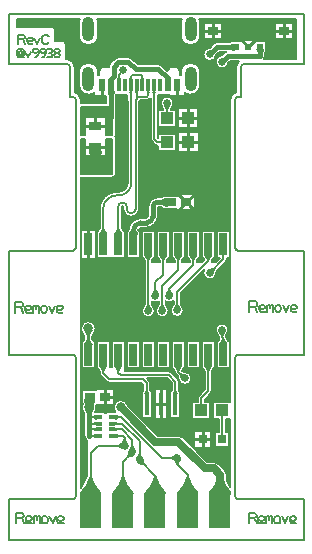
<source format=gbr>
G04 DesignSpark PCB PRO Gerber Version 10.0 Build 5299*
G04 #@! TF.Part,Single*
G04 #@! TF.FileFunction,Copper,L1,Top*
G04 #@! TF.FilePolarity,Positive*
%FSLAX35Y35*%
%MOIN*%
G04 #@! TA.AperFunction,ComponentPad*
%ADD20O,0.03937X0.08268*%
G04 #@! TA.AperFunction,SMDPad,CuDef*
%ADD110R,0.01181X0.04488*%
%ADD113R,0.01575X0.07480*%
%ADD109R,0.02362X0.04488*%
%ADD114R,0.02559X0.07283*%
%ADD116R,0.03150X0.03150*%
G04 #@! TD.AperFunction*
%ADD13C,0.00500*%
%ADD12C,0.00602*%
%ADD102C,0.00618*%
%ADD104C,0.00630*%
%ADD85C,0.00709*%
%ADD10C,0.00787*%
%ADD83C,0.01000*%
%ADD15C,0.01500*%
G04 #@! TA.AperFunction,ViaPad*
%ADD16C,0.02362*%
G04 #@! TD.AperFunction*
%ADD11C,0.02500*%
G04 #@! TA.AperFunction,ViaPad*
%ADD17C,0.02677*%
%ADD14C,0.03200*%
G04 #@! TA.AperFunction,SMDPad,CuDef*
%AMT18*0 Offset Rectangle Pad at angle 180*4,1,4,0.03500,0.08311,-0.03500,0.08311,-0.03500,-0.03500,0.03500,-0.03500,0.03500,0.08311,0*%
%ADD18T18*%
%ADD108R,0.02362X0.01181*%
%ADD107R,0.02362X0.01575*%
%ADD105R,0.02362X0.02008*%
%ADD106R,0.03543X0.02756*%
%ADD115R,0.03500X0.02800*%
%ADD111R,0.04213X0.03031*%
%ADD112R,0.04291X0.03937*%
G04 #@! TD.AperFunction*
X0Y0D02*
D02*
D10*
X5174Y15510D02*
Y28961D01*
X26530D01*
G75*
G03*
X27529Y29959I0J998D01*
G01*
Y76136D01*
G75*
G03*
X26530Y77135I-998J0D01*
G01*
X5174D01*
Y111829D01*
X26530D01*
G75*
G03*
X27529Y112828I0J998D01*
G01*
Y162126D01*
G75*
G03*
X26530Y163124I-998J0D01*
G01*
X25532D01*
Y173091D01*
G75*
G03*
X24533Y174090I-998J0D01*
G01*
X5174D01*
Y190706D01*
X103598D01*
Y174089D01*
X83690D01*
G75*
G03*
X82691Y173090I0J-999D01*
G01*
Y163124D01*
X81693D01*
G75*
G03*
X80695Y162126I0J-998D01*
G01*
Y112828D01*
G75*
G03*
X81693Y111830I998J0D01*
G01*
X103600D01*
Y77136D01*
X81693D01*
G75*
G03*
X80695Y76138I0J-998D01*
G01*
Y29959D01*
G75*
G03*
X81693Y28961I998J0D01*
G01*
X103600D01*
Y15510D01*
X5174D01*
X29316Y149021D02*
Y137442D01*
X39746D01*
Y149021D01*
X37517D01*
Y143316D01*
X30517D01*
Y149021D01*
X29316D01*
G36*
X29316Y149021D02*
Y137442D01*
X39746D01*
Y149021D01*
X37517D01*
Y143316D01*
X30517D01*
Y149021D01*
X29316D01*
G37*
Y159753D02*
Y150519D01*
X30517D01*
Y156222D01*
X37517D01*
Y150519D01*
X39746D01*
Y159753D01*
X29316D01*
G36*
X29316Y159753D02*
Y150519D01*
X30517D01*
Y156222D01*
X37517D01*
Y150519D01*
X39746D01*
Y159753D01*
X29316D01*
G37*
X45850Y166912D02*
Y169753D01*
G75*
G02*
X46499Y170401I648J0D01*
G01*
X49288D01*
G75*
G02*
X49787Y169902I0J-499D01*
G01*
Y166912D01*
X45850Y169497D02*
G75*
G02*
X45654Y169156I-735J197D01*
G01*
X46047D01*
G75*
G02*
X45850Y169497I538J538D01*
G01*
G36*
X45850Y169497D02*
G75*
G02*
X45654Y169156I-735J197D01*
G01*
X46047D01*
G75*
G02*
X45850Y169497I538J538D01*
G01*
G37*
X49787D02*
G75*
G02*
X49591Y169156I-735J197D01*
G01*
X49984D01*
G75*
G02*
X49787Y169497I538J538D01*
G01*
G36*
X49787Y169497D02*
G75*
G02*
X49591Y169156I-735J197D01*
G01*
X49984D01*
G75*
G02*
X49787Y169497I538J538D01*
G01*
G37*
D02*
D11*
X32203Y60919D02*
G75*
G02*
X32703Y61785I1867J-500D01*
G01*
X31703D01*
G75*
G02*
X32203Y60919I-1366J-1366D01*
G01*
G36*
X32203Y60919D02*
G75*
G02*
X32703Y61785I1867J-500D01*
G01*
X31703D01*
G75*
G02*
X32203Y60919I-1366J-1366D01*
G01*
G37*
Y63185D02*
Y59761D01*
X32007Y59566D01*
X42615D02*
X54097Y48084D01*
X61710D01*
X70571Y39223D01*
X73691D01*
X75712Y37202D01*
Y22750D01*
Y34958D02*
G75*
G02*
X73462Y31061I-8398J2250D01*
G01*
X77962D01*
G75*
G02*
X75712Y34958I6147J6147D01*
G01*
G36*
X75712Y34958D02*
G75*
G02*
X73462Y31061I-8398J2250D01*
G01*
X77962D01*
G75*
G02*
X75712Y34958I6147J6147D01*
G01*
G37*
D02*
D12*
X32512Y22750D02*
Y44444D01*
X34828Y46760D01*
X43803D01*
X32512Y36602D02*
G75*
G02*
X29313Y31061I-11939J3199D01*
G01*
X35711D01*
G75*
G02*
X32512Y36602I8739J8739D01*
G01*
G36*
X32512Y36602D02*
G75*
G02*
X29313Y31061I-11939J3199D01*
G01*
X35711D01*
G75*
G02*
X32512Y36602I8739J8739D01*
G01*
G37*
X33365Y50061D02*
G75*
G02*
X34207Y49575I-486J-1815D01*
G01*
Y50548D01*
G75*
G02*
X33365Y50061I-1328J1328D01*
G01*
G36*
X33365Y50061D02*
G75*
G02*
X34207Y49575I-486J-1815D01*
G01*
Y50548D01*
G75*
G02*
X33365Y50061I-1328J1328D01*
G01*
G37*
Y56361D02*
G75*
G02*
X34207Y55874I-486J-1815D01*
G01*
Y56847D01*
G75*
G02*
X33365Y56361I-1328J1328D01*
G01*
G36*
X33365Y56361D02*
G75*
G02*
X34207Y55874I-486J-1815D01*
G01*
Y56847D01*
G75*
G02*
X33365Y56361I-1328J1328D01*
G01*
G37*
X33706Y52227D02*
G75*
G02*
X34207Y51937I-289J-1080D01*
G01*
Y52516D01*
G75*
G02*
X33706Y52227I-791J791D01*
G01*
G36*
X33706Y52227D02*
G75*
G02*
X34207Y51937I-289J-1080D01*
G01*
Y52516D01*
G75*
G02*
X33706Y52227I-791J791D01*
G01*
G37*
Y54195D02*
G75*
G02*
X34207Y53906I-289J-1080D01*
G01*
Y54485D01*
G75*
G02*
X33706Y54195I-791J791D01*
G01*
G36*
X33706Y54195D02*
G75*
G02*
X34207Y53906I-289J-1080D01*
G01*
Y54485D01*
G75*
G02*
X33706Y54195I-791J791D01*
G01*
G37*
X35388Y50061D02*
X32022D01*
X35388Y52227D02*
X32022D01*
X35388Y54195D02*
X32022D01*
X35388Y56361D02*
X32022D01*
X36722Y71769D02*
G75*
G02*
X37700Y73463I3651J-978D01*
G01*
X35744D01*
G75*
G02*
X36722Y71769I-2673J-2673D01*
G01*
G36*
X36722Y71769D02*
G75*
G02*
X37700Y73463I3651J-978D01*
G01*
X35744D01*
G75*
G02*
X36722Y71769I-2673J-2673D01*
G01*
G37*
X39719Y52227D02*
X42865D01*
X46424Y48667D01*
Y44589D01*
X41401Y52227D02*
G75*
G02*
X40900Y52516I289J1080D01*
G01*
Y51937D01*
G75*
G02*
X41401Y52227I791J-791D01*
G01*
G36*
X41401Y52227D02*
G75*
G02*
X40900Y52516I289J1080D01*
G01*
Y51937D01*
G75*
G02*
X41401Y52227I791J-791D01*
G01*
G37*
Y54195D02*
G75*
G02*
X40900Y54485I289J1080D01*
G01*
Y53906D01*
G75*
G02*
X41401Y54195I791J-791D01*
G01*
G36*
X41401Y54195D02*
G75*
G02*
X40900Y54485I289J1080D01*
G01*
Y53906D01*
G75*
G02*
X41401Y54195I791J-791D01*
G01*
G37*
X41722Y71769D02*
G75*
G02*
X42700Y73463I3651J-978D01*
G01*
X40744D01*
G75*
G02*
X41722Y71769I-2673J-2673D01*
G01*
G36*
X41722Y71769D02*
G75*
G02*
X42700Y73463I3651J-978D01*
G01*
X40744D01*
G75*
G02*
X41722Y71769I-2673J-2673D01*
G01*
G37*
Y77105D02*
Y71192D01*
X42491Y70424D01*
X58465D01*
X60694Y68195D01*
Y60564D01*
X41728Y46760D02*
G75*
G03*
X43285Y47659I-898J3353D01*
G01*
G75*
G03*
Y45862I519J-898D01*
G01*
G75*
G03*
X41728Y46760I-2455J-2455D01*
G01*
G36*
X41728Y46760D02*
G75*
G03*
X43285Y47659I-898J3353D01*
G01*
G75*
G03*
Y45862I519J-898D01*
G01*
G75*
G03*
X41728Y46760I-2455J-2455D01*
G01*
G37*
X41742Y50061D02*
G75*
G02*
X40900Y50548I486J1815D01*
G01*
Y49575D01*
G75*
G02*
X41742Y50061I1328J-1328D01*
G01*
G36*
X41742Y50061D02*
G75*
G02*
X40900Y50548I486J1815D01*
G01*
Y49575D01*
G75*
G02*
X41742Y50061I1328J-1328D01*
G01*
G37*
Y56361D02*
G75*
G02*
X40900Y56847I486J1815D01*
G01*
Y55874D01*
G75*
G02*
X41742Y56361I1328J-1328D01*
G01*
G36*
X41742Y56361D02*
G75*
G02*
X40900Y56847I486J1815D01*
G01*
Y55874D01*
G75*
G02*
X41742Y56361I1328J-1328D01*
G01*
G37*
X41913Y166912D02*
Y170433D01*
X43379Y171899D01*
X41913Y169657D02*
G75*
G02*
X41624Y169156I-1080J289D01*
G01*
X42203D01*
G75*
G02*
X41913Y169657I791J791D01*
G01*
G36*
X41913Y169657D02*
G75*
G02*
X41624Y169156I-1080J289D01*
G01*
X42203D01*
G75*
G02*
X41913Y169657I791J791D01*
G01*
G37*
X43312Y36602D02*
G75*
G02*
X40113Y31061I-11939J3199D01*
G01*
X46511D01*
G75*
G02*
X43312Y36602I8739J8739D01*
G01*
G36*
X43312Y36602D02*
G75*
G02*
X40113Y31061I-11939J3199D01*
G01*
X46511D01*
G75*
G02*
X43312Y36602I8739J8739D01*
G01*
G37*
X43803Y46760D02*
Y49461D01*
X43203Y50061D01*
X39719D01*
X43803Y48835D02*
G75*
G03*
X44702Y47279I3353J898D01*
G01*
G75*
G03*
X42905I-898J-519D01*
G01*
G75*
G03*
X43803Y48835I-2455J2455D01*
G01*
G36*
X43803Y48835D02*
G75*
G03*
X44702Y47279I3353J898D01*
G01*
G75*
G03*
X42905I-898J-519D01*
G01*
G75*
G03*
X43803Y48835I-2455J2455D01*
G01*
G37*
X44961Y43119D02*
G75*
G03*
X45422Y44856I-3010J1729D01*
G01*
G75*
G03*
X46695Y43588I1003J-266D01*
G01*
G75*
G03*
X44961Y43119I7J-3471D01*
G01*
G36*
X44961Y43119D02*
G75*
G03*
X45422Y44856I-3010J1729D01*
G01*
G75*
G03*
X46695Y43588I1003J-266D01*
G01*
G75*
G03*
X44961Y43119I7J-3471D01*
G01*
G37*
X46424Y44589D02*
Y44583D01*
X43312Y41470D01*
Y22750D01*
X46424Y46664D02*
G75*
G03*
X47323Y45108I3353J898D01*
G01*
G75*
G03*
X45526I-898J-519D01*
G01*
G75*
G03*
X46424Y46664I-2455J2455D01*
G01*
G36*
X46424Y46664D02*
G75*
G03*
X47323Y45108I3353J898D01*
G01*
G75*
G03*
X45526I-898J-519D01*
G01*
G75*
G03*
X46424Y46664I-2455J2455D01*
G01*
G37*
X48803Y41961D02*
Y48257D01*
X42865Y54195D01*
X39719D01*
X48803Y44036D02*
G75*
G03*
X49702Y42480I3353J898D01*
G01*
G75*
G03*
X47905I-898J-519D01*
G01*
G75*
G03*
X48803Y44036I-2455J2455D01*
G01*
G36*
X48803Y44036D02*
G75*
G03*
X49702Y42480I3353J898D01*
G01*
G75*
G03*
X47905I-898J-519D01*
G01*
G75*
G03*
X48803Y44036I-2455J2455D01*
G01*
G37*
X50307Y40532D02*
G75*
G03*
X48560Y40952I-1657J-3050D01*
G01*
G75*
G03*
X49798Y42256I243J1009D01*
G01*
G75*
G03*
X50307Y40532I3470J90D01*
G01*
G36*
X50307Y40532D02*
G75*
G03*
X48560Y40952I-1657J-3050D01*
G01*
G75*
G03*
X49798Y42256I243J1009D01*
G01*
G75*
G03*
X50307Y40532I3470J90D01*
G01*
G37*
X51245Y60564D02*
Y67660D01*
X49979Y68926D01*
X38746D01*
X36722Y70950D01*
Y77105D01*
X51245Y65146D02*
G75*
G02*
X50759Y64304I-1815J486D01*
G01*
X51731D01*
G75*
G02*
X51245Y65146I1328J1328D01*
G01*
G36*
X51245Y65146D02*
G75*
G02*
X50759Y64304I-1815J486D01*
G01*
X51731D01*
G75*
G02*
X51245Y65146I1328J1328D01*
G01*
G37*
X51722Y93835D02*
G75*
G03*
X52620Y92279I3353J898D01*
G01*
G75*
G03*
X50824I-898J-519D01*
G01*
G75*
G03*
X51722Y93835I-2455J2455D01*
G01*
G36*
X51722Y93835D02*
G75*
G03*
X52620Y92279I3353J898D01*
G01*
G75*
G03*
X50824I-898J-519D01*
G01*
G75*
G03*
X51722Y93835I-2455J2455D01*
G01*
G37*
Y108580D02*
G75*
G02*
X52700Y110274I3651J-978D01*
G01*
X50744D01*
G75*
G02*
X51722Y108580I-2673J-2673D01*
G01*
G36*
X51722Y108580D02*
G75*
G02*
X52700Y110274I3651J-978D01*
G01*
X50744D01*
G75*
G02*
X51722Y108580I-2673J-2673D01*
G01*
G37*
Y113916D02*
Y91760D01*
X53724Y164167D02*
G75*
G02*
X54014Y164668I1080J-289D01*
G01*
X53435D01*
G75*
G02*
X53724Y164167I-791J-791D01*
G01*
G36*
X53724Y164167D02*
G75*
G02*
X54014Y164668I1080J-289D01*
G01*
X53435D01*
G75*
G02*
X53724Y164167I-791J-791D01*
G01*
G37*
Y166912D02*
Y149034D01*
X54736Y148023D01*
X58100D01*
X54097Y98832D02*
G75*
G03*
X54996Y97276I3353J898D01*
G01*
G75*
G03*
X53199I-898J-519D01*
G01*
G75*
G03*
X54097Y98832I-2455J2455D01*
G01*
G36*
X54097Y98832D02*
G75*
G03*
X54996Y97276I3353J898D01*
G01*
G75*
G03*
X53199I-898J-519D01*
G01*
G75*
G03*
X54097Y98832I-2455J2455D01*
G01*
G37*
X54112Y22750D02*
Y36728D01*
X48879Y41961D01*
X48803D01*
X54112Y36602D02*
G75*
G02*
X50913Y31061I-11939J3199D01*
G01*
X57311D01*
G75*
G02*
X54112Y36602I8739J8739D01*
G01*
G36*
X54112Y36602D02*
G75*
G02*
X50913Y31061I-11939J3199D01*
G01*
X57311D01*
G75*
G02*
X54112Y36602I8739J8739D01*
G01*
G37*
X56344Y93840D02*
G75*
G03*
X57242Y92283I3353J898D01*
G01*
G75*
G03*
X55445I-898J-519D01*
G01*
G75*
G03*
X56344Y93840I-2455J2455D01*
G01*
G36*
X56344Y93840D02*
G75*
G03*
X57242Y92283I3353J898D01*
G01*
G75*
G03*
X55445I-898J-519D01*
G01*
G75*
G03*
X56344Y93840I-2455J2455D01*
G01*
G37*
X56722Y108580D02*
G75*
G02*
X57700Y110274I3651J-978D01*
G01*
X55744D01*
G75*
G02*
X56722Y108580I-2673J-2673D01*
G01*
G36*
X56722Y108580D02*
G75*
G02*
X57700Y110274I3651J-978D01*
G01*
X55744D01*
G75*
G02*
X56722Y108580I-2673J-2673D01*
G01*
G37*
Y113916D02*
Y103875D01*
X54097Y101250D01*
Y96757D01*
X57975Y158928D02*
G75*
G03*
X57077Y160484I-3353J-898D01*
G01*
G75*
G03*
X58874I898J519D01*
G01*
G75*
G03*
X57975Y158928I2455J-2455D01*
G01*
G36*
X57975Y158928D02*
G75*
G03*
X57077Y160484I-3353J-898D01*
G01*
G75*
G03*
X58874I898J519D01*
G01*
G75*
G03*
X57975Y158928I2455J-2455D01*
G01*
G37*
Y161002D02*
Y156010D01*
X58715Y98832D02*
G75*
G03*
X59613Y97276I3353J898D01*
G01*
G75*
G03*
X57817I-898J-519D01*
G01*
G75*
G03*
X58715Y98832I-2455J2455D01*
G01*
G36*
X58715Y98832D02*
G75*
G03*
X59613Y97276I3353J898D01*
G01*
G75*
G03*
X57817I-898J-519D01*
G01*
G75*
G03*
X58715Y98832I-2455J2455D01*
G01*
G37*
X59350Y42717D02*
G75*
G03*
X60906Y43616I-898J3353D01*
G01*
G75*
G03*
Y41819I519J-898D01*
G01*
G75*
G03*
X59350Y42717I-2455J-2455D01*
G01*
G36*
X59350Y42717D02*
G75*
G03*
X60906Y43616I-898J3353D01*
G01*
G75*
G03*
Y41819I519J-898D01*
G01*
G75*
G03*
X59350Y42717I-2455J-2455D01*
G01*
G37*
X60694Y65146D02*
G75*
G02*
X60207Y64304I-1815J486D01*
G01*
X61180D01*
G75*
G02*
X60694Y65146I1328J1328D01*
G01*
G36*
X60694Y65146D02*
G75*
G02*
X60207Y64304I-1815J486D01*
G01*
X61180D01*
G75*
G02*
X60694Y65146I1328J1328D01*
G01*
G37*
X61336Y91890D02*
Y98102D01*
X71722Y108489D01*
Y113916D01*
X61336Y93965D02*
G75*
G03*
X62234Y92408I3353J898D01*
G01*
G75*
G03*
X60437I-898J-519D01*
G01*
G75*
G03*
X61336Y93965I-2455J2455D01*
G01*
G36*
X61336Y93965D02*
G75*
G03*
X62234Y92408I3353J898D01*
G01*
G75*
G03*
X60437I-898J-519D01*
G01*
G75*
G03*
X61336Y93965I-2455J2455D01*
G01*
G37*
X61424Y40643D02*
G75*
G03*
X60526Y42199I-3353J-898D01*
G01*
G75*
G03*
X62323I898J519D01*
G01*
G75*
G03*
X61424Y40643I2455J-2455D01*
G01*
G36*
X61424Y40643D02*
G75*
G03*
X60526Y42199I-3353J-898D01*
G01*
G75*
G03*
X62323I898J519D01*
G01*
G75*
G03*
X61424Y40643I2455J-2455D01*
G01*
G37*
Y42717D02*
Y40632D01*
X64912Y37145D01*
Y22750D01*
X61424Y42717D02*
X56340D01*
X42697Y56361D01*
X39719D01*
X61722Y71769D02*
G75*
G02*
X62700Y73463I3651J-978D01*
G01*
X60744D01*
G75*
G02*
X61722Y71769I-2673J-2673D01*
G01*
G36*
X61722Y71769D02*
G75*
G02*
X62700Y73463I3651J-978D01*
G01*
X60744D01*
G75*
G02*
X61722Y71769I-2673J-2673D01*
G01*
G37*
Y77105D02*
Y71463D01*
X63924Y69260D01*
X61722Y108580D02*
G75*
G02*
X62700Y110274I3651J-978D01*
G01*
X60744D01*
G75*
G02*
X61722Y108580I-2673J-2673D01*
G01*
G36*
X61722Y108580D02*
G75*
G02*
X62700Y110274I3651J-978D01*
G01*
X60744D01*
G75*
G02*
X61722Y108580I-2673J-2673D01*
G01*
G37*
Y113916D02*
Y105493D01*
X56344Y100115D01*
Y91765D01*
X62457Y70727D02*
G75*
G03*
X64193Y70262I1735J3006D01*
G01*
G75*
G03*
X62922Y68992I-269J-1002D01*
G01*
G75*
G03*
X62457Y70727I-3471J0D01*
G01*
G36*
X62457Y70727D02*
G75*
G03*
X64193Y70262I1735J3006D01*
G01*
G75*
G03*
X62922Y68992I-269J-1002D01*
G01*
G75*
G03*
X62457Y70727I-3471J0D01*
G01*
G37*
X64912Y36602D02*
G75*
G02*
X61713Y31061I-11939J3199D01*
G01*
X68111D01*
G75*
G02*
X64912Y36602I8739J8739D01*
G01*
G36*
X64912Y36602D02*
G75*
G02*
X61713Y31061I-11939J3199D01*
G01*
X68111D01*
G75*
G02*
X64912Y36602I8739J8739D01*
G01*
G37*
X66722Y108580D02*
G75*
G02*
X67700Y110274I3651J-978D01*
G01*
X65744D01*
G75*
G02*
X66722Y108580I-2673J-2673D01*
G01*
G36*
X66722Y108580D02*
G75*
G02*
X67700Y110274I3651J-978D01*
G01*
X65744D01*
G75*
G02*
X66722Y108580I-2673J-2673D01*
G01*
G37*
Y113916D02*
Y107116D01*
X58715Y99109D01*
Y96757D01*
X69318Y58692D02*
Y62686D01*
X71722Y65090D01*
Y77105D01*
Y71769D02*
G75*
G02*
X72700Y73463I3651J-978D01*
G01*
X70744D01*
G75*
G02*
X71722Y71769I-2673J-2673D01*
G01*
G36*
X71722Y71769D02*
G75*
G02*
X72700Y73463I3651J-978D01*
G01*
X70744D01*
G75*
G02*
X71722Y71769I-2673J-2673D01*
G01*
G37*
Y108580D02*
G75*
G02*
X72700Y110274I3651J-978D01*
G01*
X70744D01*
G75*
G02*
X71722Y108580I-2673J-2673D01*
G01*
G36*
X71722Y108580D02*
G75*
G02*
X72700Y110274I3651J-978D01*
G01*
X70744D01*
G75*
G02*
X71722Y108580I-2673J-2673D01*
G01*
G37*
X73675Y105837D02*
G75*
G03*
X73210Y104102I3006J-1735D01*
G01*
G75*
G03*
X71940Y105372I-1002J269D01*
G01*
G75*
G03*
X73675Y105837I0J3471D01*
G01*
G36*
X73675Y105837D02*
G75*
G03*
X73210Y104102I3006J-1735D01*
G01*
G75*
G03*
X71940Y105372I-1002J269D01*
G01*
G75*
G03*
X73675Y105837I0J3471D01*
G01*
G37*
X76312Y83325D02*
G75*
G03*
X75414Y84881I-3353J-898D01*
G01*
G75*
G03*
X77211I898J519D01*
G01*
G75*
G03*
X76312Y83325I2455J-2455D01*
G01*
G36*
X76312Y83325D02*
G75*
G03*
X75414Y84881I-3353J-898D01*
G01*
G75*
G03*
X77211I898J519D01*
G01*
G75*
G03*
X76312Y83325I2455J-2455D01*
G01*
G37*
X76318Y58692D02*
Y48960D01*
X76315Y48957D01*
X76722Y77105D02*
Y82619D01*
X76312Y83029D01*
Y85400D01*
X76722Y82441D02*
G75*
G02*
X75744Y80746I-3651J978D01*
G01*
X77700D01*
G75*
G02*
X76722Y82441I2673J2673D01*
G01*
G36*
X76722Y82441D02*
G75*
G02*
X75744Y80746I-3651J978D01*
G01*
X77700D01*
G75*
G02*
X76722Y82441I2673J2673D01*
G01*
G37*
Y113916D02*
Y108884D01*
X72208Y104370D01*
D02*
D13*
X8059Y189062D02*
Y186381D01*
X19407D01*
G75*
G02*
X20657Y185131I0J-1250D01*
G01*
Y181763D01*
X23013D01*
G75*
G02*
X24263Y180513I0J-1250D01*
G01*
Y175733D01*
X24533D01*
G75*
G02*
X27176Y173091I0J-2642D01*
G01*
Y164688D01*
G75*
G02*
X29172Y162126I-645J-2562D01*
G01*
Y160991D01*
G75*
G02*
X29316Y160999I143J-1238D01*
G01*
X37752D01*
Y163419D01*
X33773D01*
Y164451D01*
G75*
G02*
X28576Y166989I-1978J2539D01*
G01*
Y171320D01*
G75*
G02*
X35013I3219J0D01*
G01*
Y170407D01*
X35418D01*
G75*
G02*
X38531Y172947I2007J718D01*
G01*
Y173105D01*
G75*
G02*
Y173107I621J1D01*
G01*
G75*
G02*
Y173108I627J0D01*
G01*
G75*
G02*
X39001Y174241I1602J0D01*
G01*
X40623Y175864D01*
G75*
G02*
X41759Y176333I1133J-1133D01*
G01*
X45126D01*
G75*
G02*
X46261Y175862I0J-1602D01*
G01*
X48161Y173962D01*
X55110D01*
G75*
G02*
X56245Y173491I0J-1602D01*
G01*
X58109Y171626D01*
G75*
G02*
X62313Y171124I2072J-502D01*
G01*
G75*
G02*
X62189Y170407I-2132J0D01*
G01*
X62592D01*
Y171320D01*
G75*
G02*
X69029I3219J0D01*
G01*
Y166989D01*
G75*
G02*
X63832Y164451I-3219J0D01*
G01*
Y163419D01*
X58970D01*
Y163816D01*
X55167D01*
Y163815D01*
X54878D01*
Y149512D01*
X55102Y149288D01*
Y150844D01*
X61098D01*
Y145202D01*
X55102D01*
Y146869D01*
X54739D01*
G75*
G02*
X53920Y147207I-3J1154D01*
G01*
X52909Y148219D01*
G75*
G02*
X52571Y149034I816J816D01*
G01*
G75*
G02*
Y149035I610J0D01*
G01*
G75*
G02*
Y149037I607J1D01*
G01*
Y162655D01*
G75*
G02*
X51132Y161956I-1439J1132D01*
G01*
X51131D01*
X48969D01*
G75*
G02*
X48704Y161502I-1149J367D01*
G01*
Y125746D01*
G75*
G02*
X45985Y123027I-2719J0D01*
G01*
G75*
G02*
X43406Y125606I0J2580D01*
G01*
Y126480D01*
G75*
G03*
X43239Y126646I-166J0D01*
G01*
X42990D01*
G75*
G03*
X42929Y126585I0J-61D01*
G01*
Y119336D01*
G75*
G03*
X43500Y118411I2252J752D01*
G01*
X43854Y118410D01*
Y109422D01*
X39590D01*
Y109485D01*
X38854D01*
Y109422D01*
X34590D01*
Y117539D01*
G75*
G02*
Y117548I1072J4D01*
G01*
Y117549D01*
G75*
G02*
Y117557I1072J4D01*
G01*
G75*
G02*
Y117566I1072J4D01*
G01*
G75*
G02*
Y117567I1880J0D01*
G01*
Y117567D01*
G75*
G02*
Y117576I1072J4D01*
G01*
Y118410D01*
X34943D01*
G75*
G03*
X35515Y119336I-1681J1680D01*
G01*
Y125836D01*
G75*
G02*
X41118Y131439I5602J0D01*
G01*
X41742D01*
G75*
G03*
X44918Y134615I0J3176D01*
G01*
Y161509D01*
G75*
G02*
X44644Y162275I933J766D01*
G01*
G75*
G02*
Y162276I644J0D01*
G01*
G75*
G02*
Y162278I644J1D01*
G01*
Y163815D01*
X44407D01*
Y163816D01*
X43356D01*
Y163815D01*
X41142D01*
G75*
G02*
X40957Y163574I-1357J853D01*
G01*
Y160046D01*
G75*
G02*
X40992Y159753I-1211J-293D01*
G01*
Y150519D01*
G75*
G02*
X40741Y149770I-1246J0D01*
G01*
G75*
G02*
X40992Y149021I-996J-749D01*
G01*
Y137442D01*
G75*
G02*
X39746Y136196I-1246J0D01*
G01*
X29316D01*
G75*
G02*
X29172Y136204I0J1246D01*
G01*
Y112828D01*
G75*
G02*
X29151Y112493I-2644J0D01*
G01*
Y76471D01*
G75*
G02*
X29172Y76136I-2622J-335D01*
G01*
Y32859D01*
X29371D01*
G75*
G03*
X31358Y36757I-8798J6941D01*
G01*
Y44444D01*
G75*
G02*
X31383Y44684I1154J0D01*
G01*
Y48592D01*
G75*
G02*
X30419Y50061I638J1470D01*
G01*
Y56159D01*
G75*
G02*
X30405Y56375I1589J216D01*
G01*
Y57611D01*
G75*
G03*
X30306Y57800I-1141J-479D01*
G01*
G75*
G02*
X29890Y58328I1701J1767D01*
G01*
G75*
G02*
X29876Y58352I1417J832D01*
G01*
G75*
G02*
X29866Y60762I2131J1214D01*
G01*
G75*
G02*
X29781Y60933I1836J1025D01*
G01*
X29600D01*
Y61759D01*
G75*
G02*
Y61772I2243J7D01*
G01*
G75*
G02*
Y61785I2177J7D01*
G01*
G75*
G02*
Y61798I2243J7D01*
G01*
G75*
G02*
Y61811I2177J7D01*
G01*
Y65437D01*
X34303D01*
Y65836D01*
X40303D01*
Y60537D01*
X34410D01*
X34320Y60381D01*
G75*
G02*
X34138Y58352I-2313J-815D01*
G01*
G75*
G02*
X34124Y58328I-1430J809D01*
G01*
G75*
G02*
X33895Y58000I-2117J1238D01*
G01*
X34204D01*
G75*
G02*
X34209I2J-711D01*
G01*
X37421D01*
Y57694D01*
X37685D01*
Y58000D01*
X40728D01*
G75*
G02*
X40163Y59566I1888J1565D01*
G01*
G75*
G02*
X44995Y60159I2452J0D01*
G01*
X54968Y50186D01*
X61710D01*
G75*
G02*
X63197Y49570I0J-2102D01*
G01*
X71442Y41325D01*
X73691D01*
G75*
G02*
X75178Y40709I0J-2102D01*
G01*
X77198Y38689D01*
G75*
G02*
X77814Y37202I-1486J-1487D01*
G01*
Y35253D01*
G75*
G03*
X79051Y32982I6294J1956D01*
G01*
Y55871D01*
X77471D01*
Y51383D01*
X78742D01*
Y46529D01*
X73887D01*
Y51383D01*
X75164D01*
Y55871D01*
X73320D01*
Y61513D01*
X79051D01*
Y76138D01*
G75*
G02*
X79072Y76472I2644J0D01*
G01*
Y112494D01*
G75*
G02*
X79051Y112828I2622J335D01*
G01*
Y162126D01*
G75*
G02*
X81047Y164688I2642J0D01*
G01*
Y173090D01*
G75*
G02*
X81896Y175030I2643J0D01*
G01*
X78849D01*
X78502Y174683D01*
G75*
G02*
X74121Y174759I-2190J76D01*
G01*
G75*
G02*
X76236Y176949I2191J0D01*
G01*
X77050Y177763D01*
G75*
G02*
X77778Y178182I1135J-1131D01*
G01*
X75398D01*
X74398Y177182D01*
G75*
G02*
X70017Y177259I-2190J76D01*
G01*
G75*
G02*
X72132Y179448I2191J0D01*
G01*
X73599Y180915D01*
G75*
G02*
X74734Y181387I1135J-1131D01*
G01*
X79066D01*
X79083Y181396D01*
Y181641D01*
X79917D01*
G75*
G02*
X79954I19J-1611D01*
G01*
X82624D01*
Y182037D01*
X87486D01*
Y181641D01*
X91024D01*
Y177928D01*
X90778D01*
G75*
G02*
X90593Y177687I-1357J853D01*
G01*
Y176632D01*
G75*
G02*
X90316Y175733I-1602J0D01*
G01*
X100913D01*
Y189062D01*
X68761D01*
G75*
G02*
X69029Y187777I-2951J-1285D01*
G01*
Y183446D01*
G75*
G02*
X62592I-3219J0D01*
G01*
Y187777D01*
G75*
G02*
X62860Y189062I3219J0D01*
G01*
X34746D01*
G75*
G02*
X35013Y187777I-2951J-1285D01*
G01*
Y183446D01*
G75*
G02*
X28576I-3219J0D01*
G01*
Y187777D01*
G75*
G02*
X28844Y189062I3219J0D01*
G01*
X8059D01*
X74590Y118411D02*
X78854D01*
Y109422D01*
X77876D01*
Y108884D01*
G75*
G02*
X77536Y108067I-1154J0D01*
G01*
X74610Y105140D01*
G75*
G03*
X74396Y104486I2075J-1040D01*
G01*
G75*
G02*
X74399Y104370I-2185J-117D01*
G01*
G75*
G02*
X70017I-2191J0D01*
G01*
G75*
G02*
X70286Y105421I2191J0D01*
G01*
X62489Y97624D01*
Y94131D01*
G75*
G03*
X62800Y93520I2196J729D01*
G01*
G75*
G02*
X63527Y91890I-1464J-1630D01*
G01*
G75*
G02*
X59145I-2191J0D01*
G01*
G75*
G02*
X59871Y93519I2191J0D01*
G01*
G75*
G03*
X60182Y94133I-1890J1344D01*
G01*
Y95130D01*
G75*
G02*
X57497Y94936I-1467J1627D01*
G01*
Y94007D01*
G75*
G03*
X57807Y93395I2196J729D01*
G01*
G75*
G02*
X58535Y91765I-1464J-1630D01*
G01*
G75*
G02*
X54153I-2191J0D01*
G01*
G75*
G02*
X54879Y93394I2191J0D01*
G01*
G75*
G03*
X55190Y94008I-1890J1344D01*
G01*
Y94858D01*
G75*
G02*
X52876Y94938I-1093J1899D01*
G01*
Y94002D01*
G75*
G03*
X53186Y93390I2196J729D01*
G01*
G75*
G02*
X53913Y91760I-1464J-1630D01*
G01*
G75*
G02*
X49531I-2191J0D01*
G01*
G75*
G02*
X50257Y93389I2191J0D01*
G01*
G75*
G03*
X50569Y94004I-1890J1344D01*
G01*
Y108414D01*
G75*
G03*
X49964Y109422I-2498J-814D01*
G01*
X49590D01*
Y118410D01*
X53854D01*
Y109422D01*
X53480D01*
G75*
G03*
X52876Y108414I1894J-1822D01*
G01*
Y108115D01*
X55569D01*
Y108414D01*
G75*
G03*
X54964Y109422I-2498J-814D01*
G01*
X54590D01*
Y118410D01*
X58854D01*
Y109422D01*
X58480D01*
G75*
G03*
X57876Y108414I1894J-1822D01*
G01*
Y108115D01*
X60569D01*
Y108414D01*
G75*
G03*
X59964Y109422I-2498J-814D01*
G01*
X59590D01*
Y118410D01*
X63854D01*
Y109422D01*
X63480D01*
G75*
G03*
X62876Y108414I1894J-1822D01*
G01*
Y108115D01*
X65569D01*
Y108414D01*
G75*
G03*
X64964Y109422I-2498J-814D01*
G01*
X64590D01*
Y118410D01*
X68854D01*
Y109422D01*
X68480D01*
G75*
G03*
X67876Y108414I1894J-1822D01*
G01*
Y108115D01*
X69717D01*
X70406Y108804D01*
G75*
G03*
X69964Y109422I-2337J-1204D01*
G01*
X69590D01*
Y118410D01*
X73854D01*
Y109422D01*
X73480D01*
G75*
G03*
X72872Y108404I1894J-1822D01*
G01*
G75*
G02*
X72813Y108115I-1151J85D01*
G01*
X74322D01*
X75569Y109362D01*
Y109422D01*
X74590D01*
Y118411D01*
X78480Y81599D02*
X78854D01*
Y72611D01*
X74590D01*
Y81599D01*
X74964D01*
G75*
G03*
X75436Y82278I-1894J1821D01*
G01*
G75*
G02*
X75159Y83029I876J750D01*
G01*
Y83157D01*
G75*
G03*
X74847Y83771I-2202J-730D01*
G01*
G75*
G02*
X74121Y85400I1465J1629D01*
G01*
G75*
G02*
X78503I2191J0D01*
G01*
G75*
G02*
X77776Y83770I-2191J0D01*
G01*
G75*
G03*
X77565Y83407I1887J-1341D01*
G01*
G75*
G02*
X77876Y82619I-843J-788D01*
G01*
Y82607D01*
G75*
G03*
X78480Y81599I2498J814D01*
G01*
X64590Y81600D02*
X68854D01*
Y72611D01*
X64590D01*
Y81600D01*
X69590Y81599D02*
X73854D01*
Y72611D01*
X73480D01*
G75*
G03*
X72876Y71603I1894J-1822D01*
G01*
Y65090D01*
G75*
G02*
X72536Y64273I-1154J0D01*
G01*
X70471Y62208D01*
Y61513D01*
X72317D01*
Y55871D01*
X66320D01*
Y61513D01*
X68164D01*
Y62686D01*
G75*
G02*
X68504Y63503I1154J0D01*
G01*
X70569Y65568D01*
Y71603D01*
G75*
G03*
X69964Y72611I-2498J-814D01*
G01*
X69590D01*
Y81599D01*
X66994Y51781D02*
X72643D01*
Y46131D01*
X66994D01*
Y51781D01*
X63808Y71448D02*
G75*
G02*
X66115Y69260I116J-2188D01*
G01*
G75*
G02*
X61733I-2191J0D01*
G01*
G75*
G02*
X61737Y69376I2185J-1D01*
G01*
G75*
G03*
X61523Y70030I-2289J-386D01*
G01*
X60908Y70646D01*
G75*
G02*
X60569Y71463I814J817D01*
G01*
Y71603D01*
G75*
G03*
X59964Y72611I-2498J-814D01*
G01*
X59590D01*
Y81599D01*
X63854D01*
Y72611D01*
X63480D01*
G75*
G03*
X62969Y71847I1894J-1822D01*
G01*
X63154Y71662D01*
G75*
G03*
X63808Y71448I1040J2075D01*
G01*
X54590Y81600D02*
X58854D01*
Y72611D01*
X54590D01*
Y81600D01*
X49590D02*
X53854D01*
Y72611D01*
X49590D01*
Y81600D01*
X70222Y187745D02*
X76265D01*
Y182489D01*
X70222D01*
Y187745D01*
X93844D02*
X99887D01*
Y182489D01*
X93844D01*
Y187745D01*
X61580Y159230D02*
X68372D01*
Y152793D01*
X61580D01*
Y159230D01*
X61704Y151241D02*
X68496D01*
Y144804D01*
X61704D01*
Y151241D01*
X59154Y158832D02*
X60974D01*
Y153190D01*
X54978D01*
Y158832D01*
X56796D01*
G75*
G03*
X56510Y159373I-2176J-803D01*
G01*
G75*
G02*
X55784Y161002I1465J1629D01*
G01*
G75*
G02*
X60166I2191J0D01*
G01*
G75*
G02*
X59439Y159372I-2191J0D01*
G01*
G75*
G03*
X59154Y158832I1886J-1342D01*
G01*
X61383Y130607D02*
X67383D01*
Y125308D01*
X61383D01*
Y125706D01*
X57542D01*
G75*
G02*
X57528I-7J1423D01*
G01*
X56683D01*
Y125951D01*
G75*
G02*
X56402Y126175I853J1357D01*
G01*
G75*
G03*
X56144Y126356I-640J-639D01*
G01*
X54950D01*
Y123501D01*
G75*
G02*
X54951Y123466I-1598J-35D01*
G01*
G75*
G02*
Y123465I-4101J0D01*
G01*
G75*
G02*
X50979Y119491I-3974J0D01*
G01*
G75*
G02*
X50978I0J1781D01*
G01*
X49230D01*
G75*
G03*
X48338Y118744I0J-906D01*
G01*
G75*
G03*
X48384Y118690I363J263D01*
G01*
G75*
G02*
X48608Y118410I-1133J-1133D01*
G01*
X48854D01*
Y109422D01*
X44590D01*
Y118410D01*
X44836D01*
G75*
G02*
X45059Y118690I1357J-853D01*
G01*
G75*
G03*
X45124Y118772I-318J317D01*
G01*
G75*
G02*
X49230Y122696I4106J-186D01*
G01*
X50978D01*
G75*
G03*
X51746Y123445I-1J769D01*
G01*
G75*
G02*
Y123466I1611J11D01*
G01*
Y126710D01*
G75*
G02*
X51746Y126763I1599J3D01*
G01*
G75*
G02*
X54595Y129560I2850J-54D01*
G01*
G75*
G02*
X54596I1J-1611D01*
G01*
X56144D01*
G75*
G03*
X56402Y129741I-386J824D01*
G01*
G75*
G02*
X56683Y129965I1134J-1133D01*
G01*
Y130210D01*
X57528D01*
G75*
G02*
X57542I7J-1423D01*
G01*
X61383D01*
Y130607D01*
X44590Y81600D02*
X48854D01*
Y72611D01*
X44590D01*
Y81600D01*
X61961Y65157D02*
X62333D01*
Y55972D01*
X59054D01*
Y65157D01*
X59426D01*
G75*
G03*
X59540Y65335I-545J475D01*
G01*
Y67717D01*
X57987Y69270D01*
X51266D01*
X52059Y68477D01*
G75*
G02*
X52398Y67660I-814J-817D01*
G01*
Y65335D01*
G75*
G03*
X52513Y65157I663J298D01*
G01*
X52885D01*
Y55972D01*
X49605D01*
Y65157D01*
X49977D01*
G75*
G03*
X50091Y65335I-545J475D01*
G01*
Y67182D01*
X49501Y67772D01*
X38746D01*
G75*
G02*
X37930Y68112I0J1154D01*
G01*
X35908Y70133D01*
G75*
G02*
X35569Y70950I814J817D01*
G01*
Y71603D01*
G75*
G03*
X34964Y72611I-2498J-814D01*
G01*
X34590D01*
Y81599D01*
X38854D01*
Y73044D01*
X39590D01*
Y81599D01*
X43854D01*
Y73044D01*
X43864D01*
Y71577D01*
X58465D01*
G75*
G02*
X59282Y71238I0J-1154D01*
G01*
X61508Y69012D01*
G75*
G02*
X61847Y68195I-814J-817D01*
G01*
Y65335D01*
G75*
G03*
X61961Y65157I663J298D01*
G01*
X53931Y65554D02*
X58006D01*
Y55574D01*
X53931D01*
Y65554D01*
X29193Y118808D02*
X34252D01*
Y109025D01*
X29193D01*
Y118808D01*
X29305Y85899D02*
G75*
G02*
X34210I2452J0D01*
G01*
G75*
G02*
X33938Y84776I-2453J0D01*
G01*
G75*
G02*
X33074Y83222I-2216J214D01*
G01*
Y82303D01*
G75*
G03*
X33458Y81703I1561J575D01*
G01*
G75*
G02*
X33552Y81599I-956J-956D01*
G01*
X33854D01*
Y80771D01*
G75*
G02*
Y80759I-1244J-6D01*
G01*
Y80759D01*
G75*
G02*
Y80746I-1648J-6D01*
G01*
G75*
G02*
Y80735I-1244J-6D01*
G01*
Y80734D01*
G75*
G02*
Y80722I-1648J-6D01*
G01*
X33854Y72611D01*
X29590D01*
Y80722D01*
G75*
G02*
Y80733I1244J6D01*
G01*
G75*
G02*
Y80734I1289J0D01*
G01*
G75*
G02*
Y80746I1596J6D01*
G01*
G75*
G02*
Y80758I1244J6D01*
G01*
G75*
G02*
Y80759I1289J0D01*
G01*
G75*
G02*
Y80771I1596J6D01*
G01*
X29590Y81599D01*
X29893D01*
G75*
G02*
X29986Y81703I1050J-852D01*
G01*
G75*
G03*
X30370Y82302I-1173J1174D01*
G01*
Y83222D01*
G75*
G02*
X29496Y84950I1352J1768D01*
G01*
G75*
G02*
X29305Y85899I2261J950D01*
G01*
X29172Y48956D02*
G36*
X29172Y48956D02*
Y33109D01*
X29563D01*
G75*
G03*
X31358Y36757I-8985J6689D01*
G01*
Y44444D01*
G75*
G02*
X31383Y44684I1152J0D01*
G01*
Y48592D01*
G75*
G02*
X30862Y48956I639J1470D01*
G01*
X29172D01*
G37*
X66994Y46131D02*
G36*
X66994Y46131D02*
Y48956D01*
X63811D01*
X71442Y41325D01*
X73691D01*
G75*
G02*
X75178Y40709I-1J-2104D01*
G01*
X77198Y38689D01*
G75*
G02*
X77814Y37202I-1488J-1488D01*
G01*
Y35253D01*
G75*
G03*
X78948Y33109I6292J1954D01*
G01*
X79051D01*
Y48956D01*
X78742D01*
Y46529D01*
X73887D01*
Y48956D01*
X72643D01*
Y46131D01*
X66994D01*
G37*
X29172Y60564D02*
G36*
X29172Y60564D02*
Y48956D01*
X30862D01*
G75*
G02*
X30419Y50061I1160J1106D01*
G01*
Y56159D01*
G75*
G02*
X30405Y56372I1543J213D01*
G01*
G75*
G02*
Y56375I1529J2D01*
G01*
Y57611D01*
G75*
G03*
X30306Y57800I-1141J-479D01*
G01*
G75*
G02*
X29890Y58328I1694J1761D01*
G01*
G75*
G02*
X29876Y58352I785J468D01*
G01*
G75*
G02*
X29555Y59566I2131J1214D01*
G01*
G75*
G02*
X29767Y60564I2452J0D01*
G01*
X29172D01*
G37*
X34124Y58328D02*
G36*
X34124Y58328D02*
G75*
G02*
X33895Y58000I-2103J1228D01*
G01*
X34204D01*
X34209D01*
X37421D01*
Y57694D01*
X37685D01*
Y58000D01*
X40728D01*
G75*
G02*
X40163Y59565I1886J1565D01*
G01*
G75*
G02*
Y59566I2820J0D01*
G01*
G75*
G02*
X40376Y60564I2452J0D01*
G01*
X40303D01*
Y60537D01*
X34410D01*
X34320Y60381D01*
G75*
G02*
X34459Y59566I-2313J-815D01*
G01*
G75*
G02*
X34138Y58352I-2454J0D01*
G01*
G75*
G02*
X34124Y58328I-799J445D01*
G01*
G37*
X44856Y60564D02*
G36*
X44856Y60564D02*
G75*
G02*
X44995Y60159I-2240J-998D01*
G01*
X54968Y50186D01*
X61710D01*
G75*
G02*
X63197Y49570I-1J-2104D01*
G01*
X63811Y48956D01*
X66994D01*
Y51781D01*
X72643D01*
Y48956D01*
X73887D01*
Y51383D01*
X75164D01*
Y55871D01*
X73320D01*
Y60564D01*
X72317D01*
Y55871D01*
X66320D01*
Y60564D01*
X62333D01*
Y55972D01*
X59054D01*
Y60564D01*
X58006D01*
Y55574D01*
X53931D01*
Y60564D01*
X52885D01*
Y55972D01*
X49605D01*
Y60564D01*
X44856D01*
G37*
X77471Y55871D02*
G36*
X77471Y55871D02*
Y51383D01*
X78742D01*
Y48956D01*
X79051D01*
Y55871D01*
X77471D01*
G37*
X29151Y80101D02*
G36*
X29151Y80101D02*
Y76471D01*
G75*
G02*
X29172Y76136I-2720J-341D01*
G01*
Y60564D01*
X29767D01*
G75*
G02*
X29866Y60762I2240J-996D01*
G01*
G75*
G02*
X29781Y60933I2063J1139D01*
G01*
X29600D01*
Y61759D01*
Y61772D01*
Y61785D01*
Y61798D01*
Y61811D01*
Y65437D01*
X34303D01*
Y65836D01*
X40303D01*
Y60564D01*
X40376D01*
G75*
G02*
X44856I2240J-999D01*
G01*
X49605D01*
Y65157D01*
X49977D01*
G75*
G03*
X50091Y65335I-530J465D01*
G01*
Y67182D01*
X49501Y67772D01*
X38746D01*
G75*
G02*
X37930Y68112I0J1154D01*
G01*
X35908Y70133D01*
G75*
G02*
X35569Y70950I814J817D01*
G01*
Y71603D01*
G75*
G03*
X34964Y72611I-2498J-813D01*
G01*
X34590D01*
Y80101D01*
X33854D01*
X33854Y72611D01*
X29590D01*
Y80101D01*
X29151D01*
G37*
X38854D02*
G36*
X38854Y80101D02*
Y73044D01*
X39590D01*
Y80101D01*
X38854D01*
G37*
X43854D02*
G36*
X43854Y80101D02*
Y73044D01*
X43864D01*
Y71577D01*
X58465D01*
G75*
G02*
X59282Y71238I0J-1154D01*
G01*
X61508Y69012D01*
G75*
G02*
X61847Y68195I-814J-817D01*
G01*
Y65335D01*
G75*
G03*
X61961Y65157I648J288D01*
G01*
X62333D01*
Y60564D01*
X66320D01*
Y61513D01*
X68164D01*
Y62686D01*
G75*
G02*
X68504Y63503I1154J0D01*
G01*
X70569Y65568D01*
Y71603D01*
G75*
G03*
X69964Y72611I-2498J-813D01*
G01*
X69590D01*
Y80101D01*
X68854D01*
Y72611D01*
X64590D01*
Y80101D01*
X63854D01*
Y72611D01*
X63480D01*
G75*
G03*
X62969Y71847I1889J-1819D01*
G01*
X63154Y71662D01*
G75*
G03*
X63808Y71448I1043J2085D01*
G01*
G75*
G02*
X66115Y69260I116J-2188D01*
G01*
G75*
G02*
X61733I-2191J0D01*
G01*
Y69261D01*
G75*
G02*
X61737Y69376I2130J0D01*
G01*
G75*
G03*
X61523Y70030I-2298J-389D01*
G01*
X60908Y70646D01*
G75*
G02*
X60569Y71463I814J817D01*
G01*
Y71603D01*
G75*
G03*
X59964Y72611I-2498J-813D01*
G01*
X59590D01*
Y80101D01*
X58854D01*
Y72611D01*
X54590D01*
Y80101D01*
X53854D01*
Y72611D01*
X49590D01*
Y80101D01*
X48854D01*
Y72611D01*
X44590D01*
Y80101D01*
X43854D01*
G37*
X51266Y69270D02*
G36*
X51266Y69270D02*
X52059Y68477D01*
G75*
G02*
X52398Y67660I-814J-817D01*
G01*
Y65335D01*
G75*
G03*
X52513Y65157I648J288D01*
G01*
X52885D01*
Y60564D01*
X53931D01*
Y65554D01*
X58006D01*
Y60564D01*
X59054D01*
Y65157D01*
X59426D01*
G75*
G03*
X59540Y65335I-530J465D01*
G01*
Y67717D01*
X57987Y69270D01*
X51266D01*
G37*
X70471Y62208D02*
G36*
X70471Y62208D02*
Y61513D01*
X72317D01*
Y60564D01*
X73320D01*
Y61513D01*
X79051D01*
Y76138D01*
G75*
G02*
X79072Y76472I2741J-6D01*
G01*
Y80101D01*
X78854D01*
Y72611D01*
X74590D01*
Y80101D01*
X73854D01*
Y72611D01*
X73480D01*
G75*
G03*
X72876Y71603I1893J-1821D01*
G01*
Y65090D01*
G75*
G02*
X72536Y64273I-1154J0D01*
G01*
X70471Y62208D01*
G37*
X29151Y103990D02*
G36*
X29151Y103990D02*
Y80101D01*
X29590D01*
Y80722D01*
Y80733D01*
Y80734D01*
Y80746D01*
Y80758D01*
Y80759D01*
Y80771D01*
X29590Y81599D01*
X29893D01*
G75*
G02*
X29986Y81703I1136J-930D01*
G01*
G75*
G03*
X30370Y82302I-1181J1178D01*
G01*
Y83222D01*
G75*
G02*
X29496Y84950I1352J1768D01*
G01*
G75*
G02*
X29305Y85899I2267J951D01*
G01*
G75*
G02*
X34210I2452J0D01*
G01*
Y85899D01*
G75*
G02*
X33938Y84776I-2452J0D01*
G01*
G75*
G02*
X33074Y83222I-2216J214D01*
G01*
Y82303D01*
G75*
G03*
X33458Y81703I1565J578D01*
G01*
G75*
G02*
X33552Y81599I-1043J-1034D01*
G01*
X33854D01*
Y80771D01*
Y80759D01*
Y80759D01*
Y80746D01*
Y80735D01*
Y80734D01*
Y80722D01*
Y80101D01*
X34590D01*
Y81599D01*
X38854D01*
Y80101D01*
X39590D01*
Y81599D01*
X43854D01*
Y80101D01*
X44590D01*
Y81600D01*
X48854D01*
Y80101D01*
X49590D01*
Y81600D01*
X53854D01*
Y80101D01*
X54590D01*
Y81600D01*
X58854D01*
Y80101D01*
X59590D01*
Y81599D01*
X63854D01*
Y80101D01*
X64590D01*
Y81600D01*
X68854D01*
Y80101D01*
X69590D01*
Y81599D01*
X73854D01*
Y80101D01*
X74590D01*
Y81599D01*
X74964D01*
G75*
G03*
X75436Y82278I-1901J1826D01*
G01*
G75*
G02*
X75159Y83029I876J751D01*
G01*
Y83157D01*
G75*
G03*
X74847Y83771I-2201J-730D01*
G01*
G75*
G02*
X74121Y85400I1466J1630D01*
G01*
G75*
G02*
X78503I2191J0D01*
G01*
G75*
G02*
X77776Y83770I-2191J0D01*
G01*
G75*
G03*
X77565Y83407I1911J-1355D01*
G01*
G75*
G02*
X77876Y82619I-843J-788D01*
G01*
Y82607D01*
G75*
G03*
X78480Y81599I2498J813D01*
G01*
X78854D01*
Y80101D01*
X79072D01*
Y103990D01*
X74366D01*
G75*
G02*
X70050I-2158J380D01*
G01*
X68855D01*
X62489Y97624D01*
Y94131D01*
G75*
G03*
X62800Y93520I2199J730D01*
G01*
G75*
G02*
X63527Y91890I-1464J-1630D01*
G01*
G75*
G02*
X59145I-2191J0D01*
G01*
G75*
G02*
X59871Y93519I2192J0D01*
G01*
G75*
G03*
X60182Y94133I-1875J1337D01*
G01*
Y95130D01*
G75*
G02*
X57497Y94936I-1467J1626D01*
G01*
Y94007D01*
G75*
G03*
X57807Y93395I2199J730D01*
G01*
G75*
G02*
X58535Y91765I-1464J-1630D01*
G01*
G75*
G02*
X54153I-2191J0D01*
G01*
G75*
G02*
X54879Y93394I2192J0D01*
G01*
G75*
G03*
X55190Y94008I-1875J1337D01*
G01*
Y94858D01*
G75*
G02*
X52876Y94938I-1093J1898D01*
G01*
Y94002D01*
G75*
G03*
X53186Y93390I2199J730D01*
G01*
G75*
G02*
X53913Y91760I-1464J-1630D01*
G01*
G75*
G02*
X49531I-2191J0D01*
G01*
G75*
G02*
X50257Y93389I2192J0D01*
G01*
G75*
G03*
X50569Y94004I-1875J1337D01*
G01*
Y103990D01*
X29151D01*
G37*
Y112493D02*
G36*
X29151Y112493D02*
Y103990D01*
X50569D01*
Y108414D01*
G75*
G03*
X49964Y109422I-2498J-813D01*
G01*
X49590D01*
Y113917D01*
X48854D01*
Y109422D01*
X44590D01*
Y113917D01*
X43854D01*
Y109422D01*
X39590D01*
Y109485D01*
X38854D01*
Y109422D01*
X34590D01*
Y113917D01*
X34252D01*
Y109025D01*
X29193D01*
Y113917D01*
X29172D01*
Y112828D01*
G75*
G02*
X29151Y112493I-2741J6D01*
G01*
G37*
X52876Y108414D02*
G36*
X52876Y108414D02*
Y108115D01*
X55569D01*
Y108414D01*
G75*
G03*
X54964Y109422I-2498J-813D01*
G01*
X54590D01*
Y113917D01*
X53854D01*
Y109422D01*
X53480D01*
G75*
G03*
X52876Y108414I1893J-1821D01*
G01*
G37*
X57876D02*
G36*
X57876Y108414D02*
Y108115D01*
X60569D01*
Y108414D01*
G75*
G03*
X59964Y109422I-2498J-813D01*
G01*
X59590D01*
Y113917D01*
X58854D01*
Y109422D01*
X58480D01*
G75*
G03*
X57876Y108414I1893J-1821D01*
G01*
G37*
X62876D02*
G36*
X62876Y108414D02*
Y108115D01*
X65569D01*
Y108414D01*
G75*
G03*
X64964Y109422I-2498J-813D01*
G01*
X64590D01*
Y113917D01*
X63854D01*
Y109422D01*
X63480D01*
G75*
G03*
X62876Y108414I1893J-1821D01*
G01*
G37*
X67876D02*
G36*
X67876Y108414D02*
Y108115D01*
X69717D01*
X70406Y108804D01*
G75*
G03*
X69964Y109422I-2322J-1194D01*
G01*
X69590D01*
Y113917D01*
X68854D01*
Y109422D01*
X68480D01*
G75*
G03*
X67876Y108414I1893J-1821D01*
G01*
G37*
X70017Y104370D02*
G36*
X70017Y104370D02*
Y104370D01*
G75*
G02*
X70286Y105421I2189J0D01*
G01*
X68855Y103990D01*
X70050D01*
G75*
G02*
X70017Y104370I2158J379D01*
G01*
G37*
X72872Y108404D02*
G36*
X72872Y108404D02*
G75*
G02*
X72813Y108115I-1129J80D01*
G01*
X74322D01*
X75569Y109362D01*
Y109422D01*
X74590D01*
Y113917D01*
X73854D01*
Y109422D01*
X73480D01*
G75*
G03*
X72872Y108404I1890J-1820D01*
G01*
G37*
X74399Y104370D02*
G36*
X74399Y104370D02*
G75*
G02*
X74366Y103990I-2191J-1D01*
G01*
X79072D01*
Y112494D01*
G75*
G02*
X79051Y112828I2720J341D01*
G01*
Y113917D01*
X78854D01*
Y109422D01*
X77876D01*
Y108884D01*
G75*
G02*
X77536Y108067I-1154J0D01*
G01*
X74610Y105140D01*
G75*
G03*
X74396Y104486I2085J-1043D01*
G01*
G75*
G02*
X74399Y104370I-2126J-116D01*
G01*
Y104370D01*
G37*
X29172Y120015D02*
G36*
X29172Y120015D02*
Y113917D01*
X29193D01*
Y118808D01*
X34252D01*
Y113917D01*
X34590D01*
Y117539D01*
Y117548D01*
Y117548D01*
Y117549D01*
Y117557D01*
Y117566D01*
Y117567D01*
Y117567D01*
Y117576D01*
Y118410D01*
X34943D01*
G75*
G03*
X35515Y119336I-1682J1681D01*
G01*
Y120015D01*
X29172D01*
G37*
X42929D02*
G36*
X42929Y120015D02*
Y119336D01*
G75*
G03*
X43500Y118411I2257J756D01*
G01*
X43854Y118410D01*
Y113917D01*
X44590D01*
Y118410D01*
X44836D01*
G75*
G02*
X45059Y118690I1354J-851D01*
G01*
G75*
G03*
X45124Y118772I-314J314D01*
G01*
G75*
G02*
X45376Y120015I4106J-186D01*
G01*
X42929D01*
G37*
X48338Y118744D02*
G36*
X48338Y118744D02*
G75*
G03*
X48384Y118690I367J267D01*
G01*
G75*
G02*
X48608Y118410I-1130J-1131D01*
G01*
X48854D01*
Y113917D01*
X49590D01*
Y118410D01*
X53854D01*
Y113917D01*
X54590D01*
Y118410D01*
X58854D01*
Y113917D01*
X59590D01*
Y118410D01*
X63854D01*
Y113917D01*
X64590D01*
Y118410D01*
X68854D01*
Y113917D01*
X69590D01*
Y118410D01*
X73854D01*
Y113917D01*
X74590D01*
Y118411D01*
X78854D01*
Y113917D01*
X79051D01*
Y120015D01*
X52948D01*
G75*
G02*
X50979Y119491I-1971J3450D01*
G01*
X50978D01*
X49230D01*
G75*
G03*
X48338Y118744I0J-905D01*
G01*
G37*
X29172Y136204D02*
G36*
X29172Y136204D02*
Y120015D01*
X35515D01*
Y125836D01*
G75*
G02*
X41118Y131439I5602J0D01*
G01*
X41742D01*
G75*
G03*
X44918Y134615I0J3176D01*
G01*
Y148023D01*
X40992D01*
Y137442D01*
G75*
G02*
X39746Y136196I-1246J0D01*
G01*
X29316D01*
G75*
G02*
X29172Y136204I-4J1193D01*
G01*
G37*
X42929Y126585D02*
G36*
X42929Y126585D02*
Y120015D01*
X45376D01*
G75*
G02*
X49230Y122696I3854J-1429D01*
G01*
X50978D01*
G75*
G03*
X51746Y123445I-1J769D01*
G01*
Y123466D01*
Y126710D01*
G75*
G02*
Y126723I911J7D01*
G01*
G75*
G02*
X51746Y126763I911J2D01*
G01*
G75*
G02*
X54595Y129560I2850J-54D01*
G01*
X54596D01*
X56144D01*
G75*
G03*
X56402Y129741I-386J823D01*
G01*
G75*
G02*
X56683Y129965I1131J-1130D01*
G01*
Y130210D01*
X57528D01*
X57542D01*
X61383D01*
Y130607D01*
X67383D01*
Y125308D01*
X61383D01*
Y125706D01*
X57542D01*
X57528D01*
X56683D01*
Y125951D01*
G75*
G02*
X56402Y126175I851J1354D01*
G01*
G75*
G03*
X56144Y126356I-640J-639D01*
G01*
X54950D01*
Y123501D01*
G75*
G02*
X54951Y123475I-791J-25D01*
G01*
G75*
G02*
Y123466I-816J-4D01*
G01*
Y123465D01*
Y123465D01*
G75*
G02*
X52948Y120015I-3973J0D01*
G01*
X79051D01*
Y148023D01*
X68496D01*
Y144804D01*
X61704D01*
Y148023D01*
X61098D01*
Y145202D01*
X55102D01*
Y146869D01*
X54739D01*
G75*
G02*
X53920Y147207I-4J1151D01*
G01*
X53104Y148023D01*
X48704D01*
Y125746D01*
G75*
G02*
X45985Y123027I-2719J0D01*
G01*
G75*
G02*
X43406Y125606I0J2580D01*
G01*
Y126480D01*
G75*
G03*
X43239Y126646I-166J0D01*
G01*
X42990D01*
G75*
G03*
X42929Y126585I0J-61D01*
G01*
Y126585D01*
G37*
X40992Y149021D02*
G36*
X40992Y149021D02*
Y148023D01*
X44918D01*
Y156011D01*
X40992D01*
Y150519D01*
G75*
G02*
Y150518I-1504J0D01*
G01*
G75*
G02*
X40741Y149770I-1243J0D01*
G01*
G75*
G02*
X40992Y149021I-994J-749D01*
G01*
Y149021D01*
G37*
X48704Y156011D02*
G36*
X48704Y156011D02*
Y148023D01*
X53104D01*
X52909Y148219D01*
G75*
G02*
X52571Y149034I817J816D01*
G01*
Y149035D01*
Y149037D01*
Y156011D01*
X48704D01*
G37*
X54878D02*
G36*
X54878Y156011D02*
Y149512D01*
X55102Y149288D01*
Y150844D01*
X61098D01*
Y148023D01*
X61704D01*
Y151241D01*
X68496D01*
Y148023D01*
X79051D01*
Y156011D01*
X68372D01*
Y152793D01*
X61580D01*
Y156011D01*
X60974D01*
Y153190D01*
X54978D01*
Y156011D01*
X54878D01*
G37*
X20657Y185117D02*
G36*
X20657Y185117D02*
Y181763D01*
X23013D01*
G75*
G02*
X24263Y180513I0J-1250D01*
G01*
Y175733D01*
X24533D01*
G75*
G02*
X27176Y173091I0J-2642D01*
G01*
Y164688D01*
G75*
G02*
X29172Y162126I-645J-2562D01*
G01*
Y160991D01*
G75*
G02*
X29316Y160999I140J-1185D01*
G01*
X37752D01*
Y163419D01*
X33773D01*
Y164451D01*
G75*
G02*
X28576Y166989I-1978J2539D01*
G01*
Y171320D01*
G75*
G02*
X35013I3219J0D01*
G01*
Y170407D01*
X35418D01*
G75*
G02*
X35293Y171124I2007J718D01*
G01*
G75*
G02*
X38531Y172947I2132J0D01*
G01*
Y173105D01*
Y173107D01*
Y173108D01*
G75*
G02*
X39001Y174241I1603J0D01*
G01*
X40623Y175864D01*
G75*
G02*
X41759Y176333I1133J-1132D01*
G01*
X45126D01*
G75*
G02*
X46261Y175862I0J-1602D01*
G01*
X48161Y173962D01*
X55110D01*
G75*
G02*
X56245Y173491I0J-1602D01*
G01*
X58109Y171626D01*
G75*
G02*
X62313Y171124I2072J-502D01*
G01*
G75*
G02*
X62189Y170407I-2144J2D01*
G01*
X62592D01*
Y171320D01*
G75*
G02*
X69029I3219J0D01*
G01*
Y166989D01*
G75*
G02*
X63832Y164451I-3219J0D01*
G01*
Y163419D01*
X58970D01*
Y163816D01*
X55167D01*
Y163815D01*
X54878D01*
Y156011D01*
X54978D01*
Y158832D01*
X56796D01*
G75*
G03*
X56510Y159373I-2153J-791D01*
G01*
G75*
G02*
X55784Y161002I1466J1630D01*
G01*
G75*
G02*
X60166I2191J0D01*
G01*
G75*
G02*
X59439Y159372I-2191J0D01*
G01*
G75*
G03*
X59154Y158832I1879J-1338D01*
G01*
X60974D01*
Y156011D01*
X61580D01*
Y159230D01*
X68372D01*
Y156011D01*
X79051D01*
Y162126D01*
G75*
G02*
X81047Y164688I2642J0D01*
G01*
Y173090D01*
Y173090D01*
G75*
G02*
X81896Y175030I2642J0D01*
G01*
X78849D01*
X78502Y174683D01*
G75*
G02*
X74121Y174759I-2190J76D01*
G01*
G75*
G02*
X76236Y176949I2191J0D01*
G01*
X77050Y177763D01*
G75*
G02*
X77778Y178182I1133J-1129D01*
G01*
X75398D01*
X74398Y177182D01*
G75*
G02*
X70017Y177259I-2190J76D01*
G01*
G75*
G02*
X72132Y179448I2191J0D01*
G01*
X73599Y180915D01*
G75*
G02*
X74734Y181387I1135J-1130D01*
G01*
X79066D01*
X79083Y181396D01*
Y181641D01*
X79917D01*
X79954D01*
X82624D01*
Y182037D01*
X87486D01*
Y181641D01*
X91024D01*
Y177928D01*
X90778D01*
G75*
G02*
X90593Y177687I-1368J861D01*
G01*
Y176632D01*
G75*
G02*
Y176631I-1933J0D01*
G01*
G75*
G02*
X90316Y175733I-1599J0D01*
G01*
X100663D01*
Y185117D01*
X99887D01*
Y182489D01*
X93844D01*
Y185117D01*
X76265D01*
Y182489D01*
X70222D01*
Y185117D01*
X69029D01*
Y183446D01*
G75*
G02*
X62592I-3219J0D01*
G01*
Y185117D01*
X35013D01*
Y183446D01*
G75*
G02*
X28576I-3219J0D01*
G01*
Y185117D01*
X20657D01*
G37*
X40957Y163574D02*
G36*
X40957Y163574D02*
Y160046D01*
G75*
G02*
X40992Y159755I-1193J-291D01*
G01*
G75*
G02*
Y159753I-1200J-1D01*
G01*
Y156011D01*
X44918D01*
Y161509D01*
G75*
G02*
X44644Y162274I931J765D01*
G01*
G75*
G02*
Y162275I1611J0D01*
G01*
Y162276D01*
Y162278D01*
Y163815D01*
X44407D01*
Y163816D01*
X43356D01*
Y163815D01*
X41142D01*
G75*
G02*
X40957Y163574I-1368J861D01*
G01*
G37*
X48704Y161502D02*
G36*
X48704Y161502D02*
Y156011D01*
X52571D01*
Y162655D01*
G75*
G02*
X51132Y161956I-1438J1131D01*
G01*
X51131D01*
X48969D01*
G75*
G02*
X48704Y161502I-1155J370D01*
G01*
G37*
X8309Y188812D02*
G36*
X8309Y188812D02*
Y186381D01*
X19407D01*
G75*
G02*
X20657Y185131I0J-1250D01*
G01*
Y185117D01*
X28576D01*
Y187777D01*
G75*
G02*
X28747Y188812I3222J0D01*
G01*
X8309D01*
G37*
X35013Y187777D02*
G36*
X35013Y187777D02*
Y185117D01*
X62592D01*
Y187777D01*
G75*
G02*
X62763Y188812I3222J0D01*
G01*
X34843D01*
G75*
G02*
X35013Y187777I-3051J-1035D01*
G01*
G37*
X69029D02*
G36*
X69029Y187777D02*
Y185117D01*
X70222D01*
Y187745D01*
X76265D01*
Y185117D01*
X93844D01*
Y187745D01*
X99887D01*
Y185117D01*
X100663D01*
Y188812D01*
X68858D01*
G75*
G02*
X69029Y187777I-3051J-1035D01*
G01*
G37*
D02*
D14*
X31647Y139814D03*
X31757Y85899D03*
X32007Y59566D03*
X36375Y139814D03*
X42615Y59566D03*
D02*
D15*
X32007Y57866D02*
G75*
G03*
X31271Y59141I-2748J-736D01*
G01*
G75*
G03*
X32743I736J425D01*
G01*
G75*
G03*
X32007Y57866I2011J-2011D01*
G01*
G36*
X32007Y57866D02*
G75*
G03*
X31271Y59141I-2748J-736D01*
G01*
G75*
G03*
X32743I736J425D01*
G01*
G75*
G03*
X32007Y57866I2011J-2011D01*
G01*
G37*
Y59566D02*
Y56375D01*
X32022Y56361D01*
Y50061D02*
Y52227D01*
Y54195D02*
Y52227D01*
Y56361D02*
Y54195D01*
X32849Y141016D02*
G75*
G03*
X32468Y139594I2463J-1422D01*
G01*
G75*
G03*
X31427Y140635I-821J220D01*
G01*
G75*
G03*
X32849Y141016I0J2844D01*
G01*
G36*
X32849Y141016D02*
G75*
G03*
X32468Y139594I2463J-1422D01*
G01*
G75*
G03*
X31427Y140635I-821J220D01*
G01*
G75*
G03*
X32849Y141016I0J2844D01*
G01*
G37*
X34019Y142362D02*
G75*
G02*
X35375Y144711I5062J-1356D01*
G01*
X32662D01*
G75*
G02*
X34019Y142362I-3706J-3706D01*
G01*
G36*
X34019Y142362D02*
G75*
G02*
X35375Y144711I5062J-1356D01*
G01*
X32662D01*
G75*
G02*
X34019Y142362I-3706J-3706D01*
G01*
G37*
Y146227D02*
Y142185D01*
X31647Y139814D01*
X39354Y163921D02*
G75*
G02*
X39785Y164668I1609J-431D01*
G01*
X38923D01*
G75*
G02*
X39354Y163921I-1178J-1178D01*
G01*
G36*
X39354Y163921D02*
G75*
G02*
X39785Y164668I1609J-431D01*
G01*
X38923D01*
G75*
G02*
X39354Y163921I-1178J-1178D01*
G01*
G37*
Y166912D02*
Y156266D01*
Y166912D02*
Y169122D01*
X40134Y169902D01*
Y173108D01*
X41756Y174731D01*
X45126D01*
X47497Y172359D01*
X55110D01*
X58213Y169256D01*
X58252D01*
Y166912D01*
X46722Y118475D02*
G75*
G02*
X46193Y117557I-1977J530D01*
G01*
X47252D01*
G75*
G02*
X46722Y118475I1447J1447D01*
G01*
G36*
X46722Y118475D02*
G75*
G02*
X46193Y117557I-1977J530D01*
G01*
X47252D01*
G75*
G02*
X46722Y118475I1447J1447D01*
G01*
G37*
X56409Y127958D02*
G75*
G02*
X57535Y127308I-650J-2426D01*
G01*
Y128608D01*
G75*
G02*
X56409Y127958I-1776J1776D01*
G01*
G36*
X56409Y127958D02*
G75*
G02*
X57535Y127308I-650J-2426D01*
G01*
Y128608D01*
G75*
G02*
X56409Y127958I-1776J1776D01*
G01*
G37*
X59285D02*
X54596D01*
G75*
G03*
X53348Y126710I0J-1248D01*
G01*
Y123465D01*
G75*
G02*
X50977Y121094I-2371J0D01*
G01*
X49230D01*
G75*
G03*
X46722Y118586I0J-2508D01*
G01*
Y113916D01*
X72208Y177259D02*
X74734Y179784D01*
X81116D01*
X79495D02*
G75*
G02*
X79935Y179530I-254J-948D01*
G01*
Y180038D01*
G75*
G02*
X79495Y179784I-694J694D01*
G01*
G36*
X79495Y179784D02*
G75*
G02*
X79935Y179530I-254J-948D01*
G01*
Y180038D01*
G75*
G02*
X79495Y179784I-694J694D01*
G01*
G37*
X88990Y178033D02*
G75*
G02*
X89421Y178780I1609J-431D01*
G01*
X88559D01*
G75*
G02*
X88990Y178033I-1178J-1178D01*
G01*
G36*
X88990Y178033D02*
G75*
G02*
X89421Y178780I1609J-431D01*
G01*
X88559D01*
G75*
G02*
X88990Y178033I-1178J-1178D01*
G01*
G37*
Y179784D02*
Y176632D01*
X78185D01*
X76312Y174759D01*
D02*
D16*
X43628Y133795D03*
Y142531D03*
Y151268D03*
Y160129D03*
X49979Y123964D03*
X49993Y133795D03*
Y142531D03*
Y151268D03*
Y160129D03*
D02*
D17*
X24284Y185589D03*
X36140Y162126D03*
X38779Y184965D03*
X41991Y85400D03*
Y95384D03*
Y105369D03*
X42615Y65431D03*
X43379Y171899D03*
X43803Y46760D03*
X46424Y44589D03*
X47732Y61063D03*
X48731Y85525D03*
Y95384D03*
X48803Y41961D03*
Y185061D03*
X48856Y105369D03*
X51722Y91760D03*
X54097Y96757D03*
X55029Y142483D03*
X55096Y132483D03*
X56344Y91765D03*
X57975Y161002D03*
X58715Y96757D03*
X58803Y185061D03*
X61336Y91890D03*
X61350Y162250D03*
X61424Y42717D03*
X63924Y69260D03*
X66578Y65431D03*
X66702Y52826D03*
X67529Y132483D03*
Y142483D03*
X67576Y122467D03*
X68949Y85400D03*
Y95509D03*
X72208Y104370D03*
Y177259D03*
X76312Y85400D03*
Y174759D03*
X80029Y184983D03*
X90029D03*
D02*
D18*
X32512Y22750D03*
X43312D03*
X54112D03*
X64912D03*
X75712D03*
D02*
D20*
X31795Y169156D03*
Y185613D03*
X65811Y169156D03*
Y185613D03*
D02*
D83*
X31722Y77105D02*
Y85864D01*
X31757Y85899D01*
X31722Y82096D02*
G75*
G02*
X30943Y80746I-2909J780D01*
G01*
X32502D01*
G75*
G02*
X31722Y82096I2130J2130D01*
G01*
G36*
X31722Y82096D02*
G75*
G02*
X30943Y80746I-2909J780D01*
G01*
X32502D01*
G75*
G02*
X31722Y82096I2130J2130D01*
G01*
G37*
Y83700D02*
G75*
G03*
X30796Y85365I-3570J-895D01*
G01*
G75*
G03*
X32701Y85334I961J535D01*
G01*
G75*
G03*
X31722Y83700I2560J-2644D01*
G01*
G36*
X31722Y83700D02*
G75*
G03*
X30796Y85365I-3570J-895D01*
G01*
G75*
G03*
X32701Y85334I961J535D01*
G01*
G75*
G03*
X31722Y83700I2560J-2644D01*
G01*
G37*
Y110774D02*
Y108773D01*
Y117057D02*
Y119056D01*
X32412Y146227D02*
X30411D01*
X32412Y153313D02*
X30411D01*
X34019Y145211D02*
Y143210D01*
Y154329D02*
Y156328D01*
X35625Y146227D02*
X37624D01*
X35625Y153313D02*
X37624D01*
X36205Y165168D02*
Y163167D01*
X37303Y62285D02*
Y60285D01*
Y64085D02*
Y66084D01*
X38553Y63185D02*
X40553D01*
X55682Y60564D02*
X53683D01*
X55969Y57324D02*
Y55324D01*
Y63804D02*
Y65804D01*
X56257Y60564D02*
X58257D01*
X61402Y165168D02*
Y163167D01*
X63330Y156010D02*
X61328D01*
X63339Y126911D02*
X61483Y125056D01*
X63339Y129004D02*
X61483Y130859D01*
X63454Y148023D02*
X61454D01*
X64975Y154542D02*
Y152541D01*
Y157479D02*
Y159478D01*
X65100Y146554D02*
Y144554D01*
Y149491D02*
Y151491D01*
X65431Y126911D02*
X67287Y125056D01*
X65431Y129004D02*
X67287Y130859D01*
X66621Y156010D02*
X68620D01*
X66746Y148023D02*
X68746D01*
X68744Y48957D02*
X66746D01*
X69819Y47883D02*
Y45883D01*
Y50032D02*
Y52033D01*
X70894Y48957D02*
X72895D01*
X71970Y185119D02*
X69970D01*
X73242Y184241D02*
Y182241D01*
Y185997D02*
Y187997D01*
X74514Y185119D02*
X76513D01*
X84403Y180435D02*
X82549Y182289D01*
X85704Y180435D02*
X87557Y182289D01*
X95593Y185119D02*
X93592D01*
X96864Y184241D02*
Y182241D01*
Y185997D02*
Y187997D01*
X98136Y185119D02*
X100135D01*
D02*
D85*
X36722Y113916D02*
Y120692D01*
Y125836D01*
G75*
G02*
X41118Y130232I4396J0D01*
G01*
X41742D01*
G75*
G03*
X46124Y134615I0J4383D01*
G01*
Y162001D01*
X45850Y162275D01*
Y166912D01*
X36722Y119160D02*
G75*
G02*
X35797Y117557I-3452J925D01*
G01*
X37647D01*
G75*
G02*
X36722Y119160I2528J2528D01*
G01*
G36*
X36722Y119160D02*
G75*
G02*
X35797Y117557I-3452J925D01*
G01*
X37647D01*
G75*
G02*
X36722Y119160I2528J2528D01*
G01*
G37*
X41722D02*
G75*
G02*
X40797Y117557I-3452J925D01*
G01*
X42647D01*
G75*
G02*
X41722Y119160I2528J2528D01*
G01*
G36*
X41722Y119160D02*
G75*
G02*
X40797Y117557I-3452J925D01*
G01*
X42647D01*
G75*
G02*
X41722Y119160I2528J2528D01*
G01*
G37*
X45850Y164259D02*
G75*
G02*
X46087Y164668I881J-236D01*
G01*
X45614D01*
G75*
G02*
X45850Y164259I-645J-645D01*
G01*
G36*
X45850Y164259D02*
G75*
G02*
X46087Y164668I881J-236D01*
G01*
X45614D01*
G75*
G02*
X45850Y164259I-645J-645D01*
G01*
G37*
X47819Y163163D02*
Y162322D01*
X47497Y162001D01*
Y125746D01*
G75*
G02*
X45985Y124233I-1512J0D01*
G01*
G75*
G02*
X44612Y125606I0J1373D01*
G01*
Y126480D01*
G75*
G03*
X43239Y127853I-1373J0D01*
G01*
X42990D01*
G75*
G03*
X41722Y126585I0J-1268D01*
G01*
Y113916D01*
X47819Y164259D02*
G75*
G02*
X48055Y164668I881J-236D01*
G01*
X47583D01*
G75*
G02*
X47819Y164259I-645J-645D01*
G01*
G36*
X47819Y164259D02*
G75*
G02*
X48055Y164668I881J-236D01*
G01*
X47583D01*
G75*
G02*
X47819Y164259I-645J-645D01*
G01*
G37*
Y166912D02*
Y163163D01*
X51756Y164259D02*
G75*
G02*
X51992Y164668I881J-236D01*
G01*
X51520D01*
G75*
G02*
X51756Y164259I-645J-645D01*
G01*
G36*
X51756Y164259D02*
G75*
G02*
X51992Y164668I881J-236D01*
G01*
X51520D01*
G75*
G02*
X51756Y164259I-645J-645D01*
G01*
G37*
Y166912D02*
Y163787D01*
G75*
G02*
X51132Y163163I-624J0D01*
G01*
X47819D01*
D02*
D102*
X10274Y176464D02*
X9782Y176218D01*
X8798D01*
X8306Y176464D01*
X8059Y176956D01*
Y178432D01*
X8306Y178924D01*
X8798Y179170D01*
X9536D01*
X10028Y178924D01*
X10274Y178432D01*
Y177202D01*
X10028Y176956D01*
X9782Y177202D01*
Y178186D01*
X9536Y178432D01*
X8798D01*
X8552Y178186D01*
Y177202D01*
X8798Y176956D01*
X9536D01*
X9782Y177202D01*
X10737Y178186D02*
X11721Y176218D01*
X12705Y178186D01*
X13916Y176218D02*
X14408Y176464D01*
X14900Y176956D01*
X15146Y177694D01*
Y178432D01*
X14900Y178924D01*
X14408Y179170D01*
X13916D01*
X13424Y178924D01*
X13178Y178432D01*
X13424Y177940D01*
X13916Y177694D01*
X14408D01*
X14900Y177940D01*
X15146Y178432D01*
X16357Y176218D02*
X16849Y176464D01*
X17341Y176956D01*
X17587Y177694D01*
Y178432D01*
X17341Y178924D01*
X16849Y179170D01*
X16357D01*
X15865Y178924D01*
X15619Y178432D01*
X15865Y177940D01*
X16357Y177694D01*
X16849D01*
X17341Y177940D01*
X17587Y178432D01*
X18059Y176464D02*
X18552Y176218D01*
X19044D01*
X19536Y176464D01*
X19782Y176956D01*
X19536Y177448D01*
X19044Y177694D01*
X18552D01*
X19044D02*
X19536Y177940D01*
X19782Y178432D01*
X19536Y178924D01*
X19044Y179170D01*
X18552D01*
X18059Y178924D01*
X21002Y177694D02*
X21494D01*
X21987Y177940D01*
X22233Y178432D01*
X21987Y178924D01*
X21494Y179170D01*
X21002D01*
X20510Y178924D01*
X20264Y178432D01*
X20510Y177940D01*
X21002Y177694D01*
X20510Y177448D01*
X20264Y176956D01*
X20510Y176464D01*
X21002Y176218D01*
X21494D01*
X21987Y176464D01*
X22233Y176956D01*
X21987Y177448D01*
X21494Y177694D01*
X8309Y180835D02*
Y183788D01*
X10031D01*
X10524Y183542D01*
X10770Y183050D01*
X10524Y182558D01*
X10031Y182312D01*
X8309D01*
X10031D02*
X10770Y180835D01*
X13230Y181081D02*
X12984Y180835D01*
X12492D01*
X12000D01*
X11508Y181081D01*
X11262Y181574D01*
Y182312D01*
X11508Y182558D01*
X12000Y182804D01*
X12492D01*
X12984Y182558D01*
X13230Y182312D01*
Y182066D01*
X12984Y181820D01*
X12492Y181574D01*
X12000D01*
X11508Y181820D01*
X11262Y182066D01*
X13703Y182804D02*
X14687Y180835D01*
X15671Y182804D01*
X18604Y181328D02*
X18358Y181081D01*
X17866Y180835D01*
X17128D01*
X16636Y181081D01*
X16390Y181328D01*
X16144Y181820D01*
Y182804D01*
X16390Y183296D01*
X16636Y183542D01*
X17128Y183788D01*
X17866D01*
X18358Y183542D01*
X18604Y183296D01*
D02*
D104*
X7421Y91153D02*
Y94696D01*
X9281D01*
X9813Y94401D01*
X10078Y93811D01*
X9813Y93220D01*
X9281Y92925D01*
X7421D01*
X9281D02*
X10078Y91153D01*
X12736Y91448D02*
X12470Y91153D01*
X11939D01*
X11407D01*
X10876Y91448D01*
X10610Y92039D01*
Y92925D01*
X10876Y93220D01*
X11407Y93515D01*
X11939D01*
X12470Y93220D01*
X12736Y92925D01*
Y92630D01*
X12470Y92334D01*
X11939Y92039D01*
X11407D01*
X10876Y92334D01*
X10610Y92630D01*
X13246Y91153D02*
Y93515D01*
Y93220D02*
X13512Y93515D01*
X14043D01*
X14309Y93220D01*
Y92334D01*
Y93220D02*
X14575Y93515D01*
X15106D01*
X15372Y93220D01*
Y91153D01*
X15882Y92039D02*
X16148Y91448D01*
X16680Y91153D01*
X17211D01*
X17743Y91448D01*
X18008Y92039D01*
Y92630D01*
X17743Y93220D01*
X17211Y93515D01*
X16680D01*
X16148Y93220D01*
X15882Y92630D01*
Y92039D01*
X18519Y93515D02*
X19581Y91153D01*
X20644Y93515D01*
X23281Y91448D02*
X23015Y91153D01*
X22483D01*
X21952D01*
X21420Y91448D01*
X21155Y92039D01*
Y92925D01*
X21420Y93220D01*
X21952Y93515D01*
X22483D01*
X23015Y93220D01*
X23281Y92925D01*
Y92630D01*
X23015Y92334D01*
X22483Y92039D01*
X21952D01*
X21420Y92334D01*
X21155Y92630D01*
X7670Y20889D02*
Y24432D01*
X9531D01*
X10062Y24137D01*
X10328Y23546D01*
X10062Y22956D01*
X9531Y22661D01*
X7670D01*
X9531D02*
X10328Y20889D01*
X12985Y21184D02*
X12720Y20889D01*
X12188D01*
X11657D01*
X11125Y21184D01*
X10859Y21775D01*
Y22661D01*
X11125Y22956D01*
X11657Y23251D01*
X12188D01*
X12720Y22956D01*
X12985Y22661D01*
Y22365D01*
X12720Y22070D01*
X12188Y21775D01*
X11657D01*
X11125Y22070D01*
X10859Y22365D01*
X13496Y20889D02*
Y23251D01*
Y22956D02*
X13761Y23251D01*
X14293D01*
X14559Y22956D01*
Y22070D01*
Y22956D02*
X14824Y23251D01*
X15356D01*
X15622Y22956D01*
Y20889D01*
X16132Y21775D02*
X16398Y21184D01*
X16929Y20889D01*
X17461D01*
X17992Y21184D01*
X18258Y21775D01*
Y22365D01*
X17992Y22956D01*
X17461Y23251D01*
X16929D01*
X16398Y22956D01*
X16132Y22365D01*
Y21775D01*
X18768Y23251D02*
X19831Y20889D01*
X20894Y23251D01*
X23530Y21184D02*
X23265Y20889D01*
X22733D01*
X22202D01*
X21670Y21184D01*
X21404Y21775D01*
Y22661D01*
X21670Y22956D01*
X22202Y23251D01*
X22733D01*
X23265Y22956D01*
X23530Y22661D01*
Y22365D01*
X23265Y22070D01*
X22733Y21775D01*
X22202D01*
X21670Y22070D01*
X21404Y22365D01*
X85173Y20889D02*
Y24432D01*
X87033D01*
X87565Y24137D01*
X87831Y23546D01*
X87565Y22956D01*
X87033Y22661D01*
X85173D01*
X87033D02*
X87831Y20889D01*
X90488Y21184D02*
X90222Y20889D01*
X89691D01*
X89159D01*
X88628Y21184D01*
X88362Y21775D01*
Y22661D01*
X88628Y22956D01*
X89159Y23251D01*
X89691D01*
X90222Y22956D01*
X90488Y22661D01*
Y22365D01*
X90222Y22070D01*
X89691Y21775D01*
X89159D01*
X88628Y22070D01*
X88362Y22365D01*
X90998Y20889D02*
Y23251D01*
Y22956D02*
X91264Y23251D01*
X91796D01*
X92061Y22956D01*
Y22070D01*
Y22956D02*
X92327Y23251D01*
X92859D01*
X93124Y22956D01*
Y20889D01*
X93635Y21775D02*
X93900Y21184D01*
X94432Y20889D01*
X94963D01*
X95495Y21184D01*
X95761Y21775D01*
Y22365D01*
X95495Y22956D01*
X94963Y23251D01*
X94432D01*
X93900Y22956D01*
X93635Y22365D01*
Y21775D01*
X96271Y23251D02*
X97334Y20889D01*
X98397Y23251D01*
X101033Y21184D02*
X100767Y20889D01*
X100236D01*
X99704D01*
X99173Y21184D01*
X98907Y21775D01*
Y22661D01*
X99173Y22956D01*
X99704Y23251D01*
X100236D01*
X100767Y22956D01*
X101033Y22661D01*
Y22365D01*
X100767Y22070D01*
X100236Y21775D01*
X99704D01*
X99173Y22070D01*
X98907Y22365D01*
X85423Y91403D02*
Y94946D01*
X87283D01*
X87815Y94651D01*
X88080Y94060D01*
X87815Y93470D01*
X87283Y93174D01*
X85423D01*
X87283D02*
X88080Y91403D01*
X90738Y91698D02*
X90472Y91403D01*
X89941D01*
X89409D01*
X88878Y91698D01*
X88612Y92289D01*
Y93174D01*
X88878Y93470D01*
X89409Y93765D01*
X89941D01*
X90472Y93470D01*
X90738Y93174D01*
Y92879D01*
X90472Y92584D01*
X89941Y92289D01*
X89409D01*
X88878Y92584D01*
X88612Y92879D01*
X91248Y91403D02*
Y93765D01*
Y93470D02*
X91514Y93765D01*
X92045D01*
X92311Y93470D01*
Y92584D01*
Y93470D02*
X92577Y93765D01*
X93108D01*
X93374Y93470D01*
Y91403D01*
X93884Y92289D02*
X94150Y91698D01*
X94681Y91403D01*
X95213D01*
X95744Y91698D01*
X96010Y92289D01*
Y92879D01*
X95744Y93470D01*
X95213Y93765D01*
X94681D01*
X94150Y93470D01*
X93884Y92879D01*
Y92289D01*
X96520Y93765D02*
X97583Y91403D01*
X98646Y93765D01*
X101283Y91698D02*
X101017Y91403D01*
X100485D01*
X99954D01*
X99422Y91698D01*
X99157Y92289D01*
Y93174D01*
X99422Y93470D01*
X99954Y93765D01*
X100485D01*
X101017Y93470D01*
X101283Y93174D01*
Y92879D01*
X101017Y92584D01*
X100485Y92289D01*
X99954D01*
X99422Y92584D01*
X99157Y92879D01*
D02*
D105*
X81116Y179784D03*
X85053D03*
X88990D03*
D02*
D106*
X73242Y185119D03*
X96864D03*
D02*
D107*
X35388Y50061D03*
Y56361D03*
X39719Y50061D03*
Y56361D03*
D02*
D108*
X35388Y52227D03*
Y54195D03*
X39719Y52227D03*
Y54195D03*
D02*
D109*
X36205Y166912D03*
X39354D03*
X58252D03*
X61402D03*
D02*
D110*
X41913D03*
X43882D03*
X45850D03*
X47819D03*
X49787D03*
X51756D03*
X53724D03*
X55693D03*
D02*
D111*
X34019Y146227D03*
Y153313D03*
D02*
D112*
X57975Y156010D03*
X58100Y148023D03*
X64975Y156010D03*
X65100Y148023D03*
X69318Y58692D03*
X76318D03*
D02*
D113*
X51245Y60564D03*
X55969D03*
X60694D03*
D02*
D114*
X31722Y77105D03*
Y113916D03*
X36722Y77105D03*
Y113916D03*
X41722Y77105D03*
Y113916D03*
X46722Y77105D03*
Y113916D03*
X51722Y77105D03*
Y113916D03*
X56722Y77105D03*
Y113916D03*
X61722Y77105D03*
Y113916D03*
X66722Y77105D03*
Y113916D03*
X71722Y77105D03*
Y113916D03*
X76722Y77105D03*
Y113916D03*
D02*
D115*
X32203Y63185D03*
X37303D03*
X59285Y127958D03*
X64385D03*
D02*
D116*
X69819Y48957D03*
X76315D03*
X0Y0D02*
M02*

</source>
